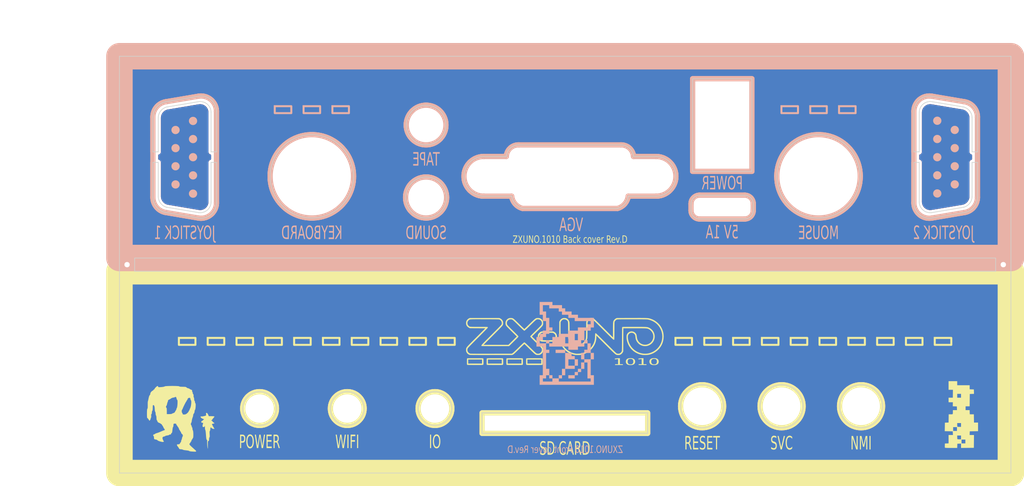
<source format=kicad_pcb>
(kicad_pcb (version 20240108) (generator "pcbnew") (generator_version "8.0")
  (title_block (title "ZXUNO.1010 (covers)") (date "2024-12-31") (rev "D") (company "Eugene Lozovoy") (comment 2 "Thickness: 1.6mm") (comment 3 "Layers: 2") (comment 4 "Dimensions: 134.6x63mm"))
  (layers (0 "F.Cu" signal) (31 "B.Cu" signal) (34 "B.Paste" user) (35 "F.Paste" user) (36 "B.SilkS" user "B.Silkscreen") (37 "F.SilkS" user "F.Silkscreen") (38 "B.Mask" user) (39 "F.Mask" user) (44 "Edge.Cuts" user))
  (net 0 "")
  (net 1 "shield")
  (footprint "mygraphic:zxuno_30x7.5" (layer "F.Cu") (at 144.449207 104.6)
    (property "Reference" "G***" (hide yes))
    (property "Value" "LOGO" (hide yes))
  )
  (footprint "LOGO" (layer "F.Cu") (at 203.5 116.1)
    (property "Reference" "G***" (hide yes))
    (property "Value" "LOGO" (hide yes))
  )
  (footprint "LOGO" (layer "F.Cu") (at 85.730542 115.902674)
    (property "Reference" "G***" (hide yes))
    (property "Value" "LOGO" (hide yes))
  )
  (footprint "mygraphic:black-mage-12.5x8.6" (layer "B.Cu") (at 144.5 104.9 180)
    (property "Reference" "G***" (hide yes))
    (property "Value" "LOGO" (hide yes))
  )
  (gr_arc (start 158.217828 76.65) (mid 161.217828 79.65) (end 158.217828 82.65) (stroke (width 0.8)) (layer "B.SilkS"))
  (gr_circle (center 200.68 82.24) (end 201.18 82.24) (stroke (width 0.25)) (fill solid) (layer "B.SilkS"))
  (gr_line (start 171.599 86.1) (end 164.799 86.1) (stroke (width 0.8)) (layer "B.SilkS"))
  (gr_line (start 164.799 82.5) (end 171.599 82.5) (stroke (width 0.8)) (layer "B.SilkS"))
  (gr_arc (start 164.799 86.1) (mid 163.879761 85.719239) (end 163.499 84.8) (stroke (width 0.8)) (layer "B.SilkS"))
  (gr_circle (center 200.68 79.5) (end 201.18 79.5) (stroke (width 0.25)) (fill solid) (layer "B.SilkS"))
  (gr_circle (center 88.31 74.02) (end 87.81 74.02) (stroke (width 0.25)) (fill solid) (layer "B.SilkS"))
  (gr_circle (center 85.67 80.88) (end 85.17 80.88) (stroke (width 0.25)) (fill solid) (layer "B.SilkS"))
  (gr_circle (center 203.32 72.64) (end 203.82 72.64) (stroke (width 0.25)) (fill solid) (layer "B.SilkS"))
  (gr_circle (center 85.67 72.65) (end 85.17 72.65) (stroke (width 0.25)) (fill solid) (layer "B.SilkS"))
  (gr_rect (start 163.744 64.9) (end 172.694 78.9) (stroke (width 0.8)) (fill none) (layer "B.SilkS"))
  (gr_arc (start 89.141794 67.539502) (mid 91.028612 68.067713) (end 91.849981 69.846601) (stroke (width 0.8)) (layer "B.SilkS"))
  (gr_line (start 172.899 84.8) (end 172.899 83.8) (stroke (width 0.8)) (layer "B.SilkS"))
  (gr_line (start 132.217828 82.65) (end 136.417828 82.65) (stroke (width 0.8)) (layer "B.SilkS"))
  (gr_line (start 204.784277 85.122311) (end 199.857877 85.960511) (stroke (width 0.8)) (layer "B.SilkS"))
  (gr_arc (start 199.857877 85.960511) (mid 197.971077 85.432282) (end 197.14969 83.653412) (stroke (width 0.8)) (layer "B.SilkS"))
  (gr_circle (center 200.68 71.25) (end 201.18 71.25) (stroke (width 0.25)) (fill solid) (layer "B.SilkS"))
  (gr_arc (start 89.513181 85.990233) (mid 89.326895 85.982796) (end 89.141794 85.960532) (stroke (width 0.8)) (layer "B.SilkS"))
  (gr_circle (center 85.67 78.13) (end 85.17 78.13) (stroke (width 0.25)) (fill solid) (layer "B.SilkS"))
  (gr_line (start 132.217828 76.65) (end 135.617828 76.65) (stroke (width 0.8)) (layer "B.SilkS"))
  (gr_line (start 154.017828 82.65) (end 158.217828 82.65) (stroke (width 0.8)) (layer "B.SilkS"))
  (gr_arc (start 152.907172 74.9) (mid 154.216898 75.388067) (end 154.817828 76.65) (stroke (width 0.8)) (layer "B.SilkS"))
  (gr_line (start 154.817828 76.65) (end 158.217828 76.65) (stroke (width 0.8)) (layer "B.SilkS"))
  (gr_rect (start 77.2 61.5) (end 211.8 92) (stroke (width 4)) (fill none) (layer "B.SilkS"))
  (gr_circle (center 123.5 71.9) (end 126.5 71.9) (stroke (width 0.8)) (fill none) (layer "B.SilkS"))
  (gr_line (start 84.215394 68.377702) (end 89.141794 67.539502) (stroke (width 0.8)) (layer "B.SilkS"))
  (gr_line (start 91.849981 69.846601) (end 91.849981 83.653433) (stroke (width 0.8)) (layer "B.SilkS"))
  (gr_arc (start 138.053367 84.5) (mid 136.953364 83.824516) (end 136.417828 82.65) (stroke (width 0.8)) (layer "B.SilkS"))
  (gr_line (start 206.74969 70.68478) (end 206.74969 82.815212) (stroke (width 0.8)) (layer "B.SilkS"))
  (gr_rect (start 109.35 69.05) (end 111.85 70.1) (stroke (width 0.3)) (fill none) (layer "B.SilkS"))
  (gr_circle (center 88.31 76.76) (end 87.81 76.76) (stroke (width 0.25)) (fill solid) (layer "B.SilkS"))
  (gr_line (start 199.857877 67.539481) (end 204.784277 68.377681) (stroke (width 0.8)) (layer "B.SilkS"))
  (gr_circle (center 123.5 82.85) (end 126.6 82.85) (stroke (width 0.8)) (fill none) (layer "B.SilkS"))
  (gr_circle (center 182.75 79.65) (end 189.05 79.65) (stroke (width 0.8)) (fill none) (layer "B.SilkS"))
  (gr_circle (center 88.31 82.27) (end 87.81 82.27) (stroke (width 0.25)) (fill solid) (layer "B.SilkS"))
  (gr_circle (center 203.32 80.87) (end 203.82 80.87) (stroke (width 0.25)) (fill solid) (layer "B.SilkS"))
  (gr_rect (start 181.5 69.05) (end 184 70.1) (stroke (width 0.3)) (fill none) (layer "B.SilkS"))
  (gr_arc (start 171.599 82.5) (mid 172.518259 82.88075) (end 172.899 83.8) (stroke (width 0.8)) (layer "B.SilkS"))
  (gr_circle (center 85.67 75.39) (end 85.17 75.39) (stroke (width 0.25)) (fill solid) (layer "B.SilkS"))
  (gr_circle (center 200.68 76.76) (end 201.18 76.76) (stroke (width 0.25)) (fill solid) (layer "B.SilkS"))
  (gr_rect (start 100.65 69.05) (end 103.15 70.1) (stroke (width 0.3)) (fill none) (layer "B.SilkS"))
  (gr_arc (start 154.017828 82.65) (mid 153.496284 83.815825) (end 152.417831 84.499999) (stroke (width 0.8)) (layer "B.SilkS"))
  (gr_arc (start 82.25 70.684784) (mid 82.807913 69.169354) (end 84.215413 68.377685) (stroke (width 0.8)) (layer "B.SilkS"))
  (gr_circle (center 88.31 71.28) (end 87.81 71.28) (stroke (width 0.25)) (fill solid) (layer "B.SilkS"))
  (gr_arc (start 204.784277 68.377681) (mid 206.191672 69.169436) (end 206.74969 70.68478) (stroke (width 0.8)) (layer "B.SilkS"))
  (gr_line (start 163.499 84.8) (end 163.499 83.8) (stroke (width 0.8)) (layer "B.SilkS"))
  (gr_circle (center 203.32 75.39) (end 203.82 75.39) (stroke (width 0.25)) (fill solid) (layer "B.SilkS"))
  (gr_arc (start 91.849981 83.653433) (mid 91.165528 85.30578) (end 89.513181 85.990233) (stroke (width 0.8)) (layer "B.SilkS"))
  (gr_circle (center 203.32 78.13) (end 203.82 78.13) (stroke (width 0.25)) (fill solid) (layer "B.SilkS"))
  (gr_arc (start 163.499 83.8) (mid 163.879761 82.88076) (end 164.799 82.5) (stroke (width 0.8)) (layer "B.SilkS"))
  (gr_arc (start 84.215413 85.122315) (mid 82.808009 84.330565) (end 82.25 82.815216) (stroke (width 0.8)) (layer "B.SilkS"))
  (gr_arc (start 206.74969 82.815212) (mid 206.191728 84.330602) (end 204.784277 85.122311) (stroke (width 0.8)) (layer "B.SilkS"))
  (gr_arc (start 132.217828 82.65) (mid 129.217828 79.65) (end 132.217828 76.65) (stroke (width 0.8)) (layer "B.SilkS"))
  (gr_rect (start 177.15 69.05) (end 179.65 70.1) (stroke (width 0.3)) (fill none) (layer "B.SilkS"))
  (gr_circle (center 200.68 74.01) (end 201.18 74.01) (stroke (width 0.25)) (fill solid) (layer "B.SilkS"))
  (gr_line (start 137.492828 74.9) (end 152.907172 74.9) (stroke (width 0.8)) (layer "B.SilkS"))
  (gr_circle (center 106.25 79.65) (end 112.55 79.65) (stroke (width 0.8)) (fill none) (layer "B.SilkS"))
  (gr_line (start 138.053367 84.5) (end 152.417831 84.499999) (stroke (width 0.8)) (layer "B.SilkS"))
  (gr_arc (start 199.48649 67.50978) (mid 199.672776 67.517222) (end 199.857877 67.539481) (stroke (width 0.8)) (layer "B.SilkS"))
  (gr_line (start 89.141794 85.960532) (end 84.215394 85.122332) (stroke (width 0.8)) (layer "B.SilkS"))
  (gr_arc (start 197.14969 69.84658) (mid 197.834139 68.194241) (end 199.48649 67.50978) (stroke (width 0.8)) (layer "B.SilkS"))
  (gr_line (start 82.249981 82.815233) (end 82.249981 70.684801) (stroke (width 0.8)) (layer "B.SilkS"))
  (gr_arc (start 135.617827 76.65) (mid 136.196074 75.390085) (end 137.492828 74.9) (stroke (width 0.8)) (layer "B.SilkS"))
  (gr_rect (start 105 69.05) (end 107.5 70.1) (stroke (width 0.3)) (fill none) (layer "B.SilkS"))
  (gr_rect (start 185.85 69.05) (end 188.35 70.1) (stroke (width 0.3)) (fill none) (layer "B.SilkS"))
  (gr_line (start 197.14969 83.653412) (end 197.14969 69.84658) (stroke (width 0.8)) (layer "B.SilkS"))
  (gr_arc (start 172.899 84.8) (mid 172.518237 85.719227) (end 171.599 86.1) (stroke (width 0.8)) (layer "B.SilkS"))
  (gr_circle (center 88.31 79.51) (end 87.81 79.51) (stroke (width 0.25)) (fill solid) (layer "B.SilkS"))
  (gr_rect (start 94.875 104.075) (end 97.375 105.125) (stroke (width 0.3)) (fill none) (layer "F.SilkS"))
  (gr_rect (start 107.925 104.075) (end 110.425 105.125) (stroke (width 0.3)) (fill none) (layer "F.SilkS"))
  (gr_rect (start 77.2 94) (end 211.8 124.5) (stroke (width 4)) (fill none) (layer "F.SilkS"))
  (gr_rect (start 178.55 104.075) (end 181.05 105.125) (stroke (width 0.3)) (fill none) (layer "F.SilkS"))
  (gr_rect (start 120.975 104.075) (end 123.475 105.125) (stroke (width 0.3)) (fill none) (layer "F.SilkS"))
  (gr_rect (start 99.225 104.075) (end 101.725 105.125) (stroke (width 0.3)) (fill none) (layer "F.SilkS"))
  (gr_circle (center 189.175 114.4) (end 192.425 114.4) (stroke (width 0.8)) (fill none) (layer "F.SilkS"))
  (gr_rect (start 90.525 104.075) (end 93.025 105.125) (stroke (width 0.3)) (fill none) (layer "F.SilkS"))
  (gr_rect (start 169.85 104.075) (end 172.35 105.125) (stroke (width 0.3)) (fill none) (layer "F.SilkS"))
  (gr_circle (center 177.175 114.4) (end 180.425 114.4) (stroke (width 0.8)) (fill none) (layer "F.SilkS"))
  (gr_rect (start 200.3 104.075) (end 202.8 105.125) (stroke (width 0.3)) (fill none) (layer "F.SilkS"))
  (gr_circle (center 165.175 114.4) (end 168.425 114.4) (stroke (width 0.8)) (fill none) (layer "F.SilkS"))
  (gr_rect (start 131.95 115.4) (end 156.95 118.5) (stroke (width 0.8)) (fill none) (layer "F.SilkS"))
  (gr_rect (start 187.25 104.075) (end 189.75 105.125) (stroke (width 0.3)) (fill none) (layer "F.SilkS"))
  (gr_circle (center 98.36 114.75) (end 100.91 114.75) (stroke (width 0.8)) (fill none) (layer "F.SilkS"))
  (gr_rect (start 112.275 104.075) (end 114.775 105.125) (stroke (width 0.3)) (fill none) (layer "F.SilkS"))
  (gr_rect (start 103.575 104.075) (end 106.075 105.125) (stroke (width 0.3)) (fill none) (layer "F.SilkS"))
  (gr_rect (start 125.325 104.075) (end 127.825 105.125) (stroke (width 0.3)) (fill none) (layer "F.SilkS"))
  (gr_rect (start 161.15 104.075) (end 163.65 105.125) (stroke (width 0.3)) (fill none) (layer "F.SilkS"))
  (gr_circle (center 111.6 114.75) (end 114.15 114.75) (stroke (width 0.8)) (fill none) (layer "F.SilkS"))
  (gr_rect (start 116.625 104.075) (end 119.125 105.125) (stroke (width 0.3)) (fill none) (layer "F.SilkS"))
  (gr_rect (start 165.5 104.075) (end 168 105.125) (stroke (width 0.3)) (fill none) (layer "F.SilkS"))
  (gr_rect (start 182.9 104.075) (end 185.4 105.125) (stroke (width 0.3)) (fill none) (layer "F.SilkS"))
  (gr_rect (start 174.2 104.075) (end 176.7 105.125) (stroke (width 0.3)) (fill none) (layer "F.SilkS"))
  (gr_circle (center 124.8375 114.75) (end 127.3875 114.75) (stroke (width 0.8)) (fill none) (layer "F.SilkS"))
  (gr_rect (start 191.6 104.075) (end 194.1 105.125) (stroke (width 0.3)) (fill none) (layer "F.SilkS"))
  (gr_rect (start 86.175 104.075) (end 88.675 105.125) (stroke (width 0.3)) (fill none) (layer "F.SilkS"))
  (gr_rect (start 195.95 104.075) (end 198.45 105.125) (stroke (width 0.3)) (fill none) (layer "F.SilkS"))
  (gr_line (start 171.599 86.1) (end 164.799 86.1) (stroke (width 0.1)) (layer "Edge.Cuts"))
  (gr_arc (start 152.907172 74.9) (mid 154.216898 75.388067) (end 154.817828 76.65) (stroke (width 0.1)) (layer "Edge.Cuts"))
  (gr_arc (start 89.141756 67.539536) (mid 91.028577 68.067749) (end 91.84996 69.846635) (stroke (width 0.1)) (layer "Edge.Cuts"))
  (gr_line (start 172.899 84.8) (end 172.899 83.8) (stroke (width 0.1)) (layer "Edge.Cuts"))
  (gr_line (start 83.059633 77.550047) (end 83.059633 82.753141) (stroke (width 0.1)) (layer "Edge.Cuts"))
  (gr_arc (start 154.017828 82.65) (mid 153.496284 83.815825) (end 152.417831 84.499999) (stroke (width 0.1)) (layer "Edge.Cuts"))
  (gr_arc (start 199.486452 67.509814) (mid 199.672738 67.517256) (end 199.857839 67.539515) (stroke (width 0.1)) (layer "Edge.Cuts"))
  (gr_line (start 83.059633 77.550047) (end 82.249633 77.550047) (stroke (width 0.1)) (layer "Edge.Cuts"))
  (gr_arc (start 197.959638 69.94308) (mid 198.566739 68.719584) (end 199.887242 68.370478) (stroke (width 0.1)) (layer "Edge.Cuts"))
  (gr_arc (start 171.599 82.5) (mid 172.518259 82.88075) (end 172.899 83.8) (stroke (width 0.1)) (layer "Edge.Cuts"))
  (gr_arc (start 91.039957 83.557001) (mid 90.432867 84.780539) (end 89.112353 85.129603) (stroke (width 0.1)) (layer "Edge.Cuts"))
  (gr_line (start 137.492828 74.9) (end 152.907172 74.9) (stroke (width 0.1)) (layer "Edge.Cuts"))
  (gr_line (start 91.849943 75.950055) (end 91.039943 75.950055) (stroke (width 0.1)) (layer "Edge.Cuts"))
  (gr_line (start 82.250253 75.950055) (end 82.249943 70.684835) (stroke (width 0.1)) (layer "Edge.Cuts"))
  (gr_circle (center 124.8375 114.75) (end 127.3875 114.75) (stroke (width 0.1)) (fill none) (layer "Edge.Cuts"))
  (gr_circle (center 189.175 114.4) (end 192.425 114.4) (stroke (width 0.1)) (fill none) (layer "Edge.Cuts"))
  (gr_arc (start 158.217828 76.65) (mid 161.217828 79.65) (end 158.217828 82.65) (stroke (width 0.1)) (layer "Edge.Cuts"))
  (gr_line (start 209.5 94) (end 209.5 92) (stroke (width 0.1)) (layer "Edge.Cuts"))
  (gr_circle (center 106.25 79.65) (end 112.55 79.65) (stroke (width 0.1)) (fill none) (layer "Edge.Cuts"))
  (gr_line (start 163.499 84.8) (end 163.499 83.8) (stroke (width 0.1)) (layer "Edge.Cuts"))
  (gr_line (start 132.217828 82.65) (end 136.417828 82.65) (stroke (width 0.1)) (layer "Edge.Cuts"))
  (gr_arc (start 197.149642 69.846614) (mid 197.834089 68.194258) (end 199.486452 67.509814) (stroke (width 0.1)) (layer "Edge.Cuts"))
  (gr_line (start 154.817828 76.65) (end 158.217828 76.65) (stroke (width 0.1)) (layer "Edge.Cuts"))
  (gr_line (start 132.217828 76.65) (end 135.617828 76.65) (stroke (width 0.1)) (layer "Edge.Cuts"))
  (gr_line (start 204.667432 84.324838) (end 199.887242 85.129582) (stroke (width 0.1)) (layer "Edge.Cuts"))
  (gr_arc (start 91.849953 83.653467) (mid 91.16552 85.305841) (end 89.513143 85.990267) (stroke (width 0.1)) (layer "Edge.Cuts"))
  (gr_arc (start 172.899 84.8) (mid 172.518237 85.719227) (end 171.599 86.1) (stroke (width 0.1)) (layer "Edge.Cuts"))
  (gr_line (start 211.8 61.5) (end 211.8 124.5) (stroke (width 0.1)) (layer "Edge.Cuts"))
  (gr_circle (center 123.5 82.85) (end 126.6 82.85) (stroke (width 0.1)) (fill none) (layer "Edge.Cuts"))
  (gr_line (start 83.060253 75.950055) (end 83.060253 70.746961) (stroke (width 0.1)) (layer "Edge.Cuts"))
  (gr_line (start 206.749342 77.550026) (end 206.749652 82.815246) (stroke (width 0.1)) (layer "Edge.Cuts"))
  (gr_line (start 204.668053 69.175222) (end 199.887242 68.370478) (stroke (width 0.1)) (layer "Edge.Cuts"))
  (gr_line (start 79.5 92) (end 79.5 94) (stroke (width 0.1)) (layer "Edge.Cuts"))
  (gr_line (start 164.799 82.5) (end 171.599 82.5) (stroke (width 0.1)) (layer "Edge.Cuts"))
  (gr_line (start 197.149652 75.950034) (end 197.959652 75.950034) (stroke (width 0.1)) (layer "Edge.Cuts"))
  (gr_line (start 77.2 61.5) (end 211.8 61.5) (stroke (width 0.1)) (layer "Edge.Cuts"))
  (gr_line (start 205.939342 77.550026) (end 205.939342 82.75312) (stroke (width 0.1)) (layer "Edge.Cuts"))
  (gr_line (start 79.5 94) (end 209.5 94) (stroke (width 0.1)) (layer "Edge.Cuts"))
  (gr_circle (center 177.175 114.4) (end 180.425 114.4) (stroke (width 0.1)) (fill none) (layer "Edge.Cuts"))
  (gr_line (start 84.215356 68.377736) (end 89.141756 67.539536) (stroke (width 0.1)) (layer "Edge.Cuts"))
  (gr_line (start 197.959652 75.950034) (end 197.959638 69.94308) (stroke (width 0.1)) (layer "Edge.Cuts"))
  (gr_arc (start 205.939341 82.75312) (mid 205.56024 83.746832) (end 204.667432 84.324838) (stroke (width 0.1)) (layer "Edge.Cuts"))
  (gr_circle (center 123.5 71.9) (end 126.5 71.9) (stroke (width 0.1)) (fill none) (layer "Edge.Cuts"))
  (gr_circle (center 111.6 114.75) (end 114.15 114.75) (stroke (width 0.1)) (fill none) (layer "Edge.Cuts"))
  (gr_arc (start 84.331542 84.324859) (mid 83.438732 83.74686) (end 83.059633 82.753141) (stroke (width 0.1)) (layer "Edge.Cuts"))
  (gr_line (start 89.141756 85.960566) (end 84.215356 85.122366) (stroke (width 0.1)) (layer "Edge.Cuts"))
  (gr_line (start 205.939342 77.550026) (end 206.749342 77.550026) (stroke (width 0.1)) (layer "Edge.Cuts"))
  (gr_line (start 77.2 124.5) (end 77.2 61.5) (stroke (width 0.1)) (layer "Edge.Cuts"))
  (gr_line (start 84.332163 69.175243) (end 89.112353 68.370499) (stroke (width 0.1)) (layer "Edge.Cuts"))
  (gr_arc (start 138.053367 84.5) (mid 136.953364 83.824516) (end 136.417828 82.65) (stroke (width 0.1)) (layer "Edge.Cuts"))
  (gr_line (start 82.249943 82.815267) (end 82.249633 77.550047) (stroke (width 0.1)) (layer "Edge.Cuts"))
  (gr_arc (start 206.749633 82.815263) (mid 206.191716 84.330687) (end 204.78422 85.122362) (stroke (width 0.1)) (layer "Edge.Cuts"))
  (gr_arc (start 89.513143 85.990267) (mid 89.326856 85.98283) (end 89.141756 85.960566) (stroke (width 0.1)) (layer "Edge.Cuts"))
  (gr_line (start 154.017828 82.65) (end 158.217828 82.65) (stroke (width 0.1)) (layer "Edge.Cuts"))
  (gr_circle (center 182.75 79.65) (end 189.05 79.65) (stroke (width 0.1)) (fill none) (layer "Edge.Cuts"))
  (gr_arc (start 84.215375 85.122349) (mid 82.807991 84.330581) (end 82.249962 82.81525) (stroke (width 0.1)) (layer "Edge.Cuts"))
  (gr_line (start 197.959652 77.550026) (end 197.959638 83.55698) (stroke (width 0.1)) (layer "Edge.Cuts"))
  (gr_arc (start 199.857839 85.960545) (mid 197.971035 85.432316) (end 197.149635 83.653446) (stroke (width 0.1)) (layer "Edge.Cuts"))
  (gr_line (start 197.149652 83.653446) (end 197.149652 77.550026) (stroke (width 0.1)) (layer "Edge.Cuts"))
  (gr_line (start 91.849943 69.846635) (end 91.849943 75.950055) (stroke (width 0.1)) (layer "Edge.Cuts"))
  (gr_line (start 204.784239 85.122345) (end 199.857839 85.960545) (stroke (width 0.1)) (layer "Edge.Cuts"))
  (gr_circle (center 98.36 114.75) (end 100.91 114.75) (stroke (width 0.1)) (fill none) (layer "Edge.Cuts"))
  (gr_line (start 91.039943 77.550047) (end 91.039957 83.557001) (stroke (width 0.1)) (layer "Edge.Cuts"))
  (gr_arc (start 135.617829 76.65) (mid 136.196063 75.390057) (end 137.49283 74.899948) (stroke (width 0.1)) (layer "Edge.Cuts"))
  (gr_line (start 205.939962 75.950034) (end 205.939962 70.74694) (stroke (width 0.1)) (layer "Edge.Cuts"))
  (gr_arc (start 89.112353 68.370499) (mid 90.432869 68.719562) (end 91.039957 69.943101) (stroke (width 0.1)) (layer "Edge.Cuts"))
  (gr_line (start 206.749652 70.684814) (end 206.749962 75.950034) (stroke (width 0.1)) (layer "Edge.Cuts"))
  (gr_arc (start 83.060254 70.746961) (mid 83.439353 69.753242) (end 84.332163 69.175243) (stroke (width 0.1)) (layer "Edge.Cuts"))
  (gr_line (start 211.8 124.5) (end 77.2 124.5) (stroke (width 0.1)) (layer "Edge.Cuts"))
  (gr_arc (start 163.499 83.8) (mid 163.879761 82.88076) (end 164.799 82.5) (stroke (width 0.1)) (layer "Edge.Cuts"))
  (gr_line (start 91.039943 75.950055) (end 91.039957 69.943101) (stroke (width 0.1)) (layer "Edge.Cuts"))
  (gr_line (start 91.849943 77.550047) (end 91.039943 77.550047) (stroke (width 0.1)) (layer "Edge.Cuts"))
  (gr_line (start 205.939962 75.950034) (end 206.749962 75.950034) (stroke (width 0.1)) (layer "Edge.Cuts"))
  (gr_line (start 138.053367 84.5) (end 152.417831 84.499999) (stroke (width 0.1)) (layer "Edge.Cuts"))
  (gr_line (start 199.857839 67.539515) (end 204.784239 68.377715) (stroke (width 0.1)) (layer "Edge.Cuts"))
  (gr_arc (start 82.249962 70.684818) (mid 82.807875 69.169388) (end 84.215375 68.377719) (stroke (width 0.1)) (layer "Edge.Cuts"))
  (gr_arc (start 132.217828 82.65) (mid 129.217828 79.65) (end 132.217828 76.65) (stroke (width 0.1)) (layer "Edge.Cuts"))
  (gr_line (start 91.849943 77.550047) (end 91.849953 83.653467) (stroke (width 0.1)) (layer "Edge.Cuts"))
  (gr_arc (start 204.668053 69.175222) (mid 205.560879 69.753216) (end 205.939962 70.74694) (stroke (width 0.1)) (layer "Edge.Cuts"))
  (gr_line (start 84.331542 84.324859) (end 89.112353 85.129603) (stroke (width 0.1)) (layer "Edge.Cuts"))
  (gr_arc (start 199.887242 85.129582) (mid 198.566697 84.780538) (end 197.959638 83.55698) (stroke (width 0.1)) (layer "Edge.Cuts"))
  (gr_line (start 209.5 92) (end 79.5 92) (stroke (width 0.1)) (layer "Edge.Cuts"))
  (gr_line (start 197.149652 75.950034) (end 197.149642 69.846614) (stroke (width 0.1)) (layer "Edge.Cuts"))
  (gr_line (start 197.149652 77.550026) (end 197.959652 77.550026) (stroke (width 0.1)) (layer "Edge.Cuts"))
  (gr_circle (center 165.175 114.4) (end 168.425 114.4) (stroke (width 0.1)) (fill none) (layer "Edge.Cuts"))
  (gr_line (start 83.060253 75.950055) (end 82.250253 75.950055) (stroke (width 0.1)) (layer "Edge.Cuts"))
  (gr_rect (start 131.95 115.4) (end 156.95 118.5) (stroke (width 0.1)) (fill none) (layer "Edge.Cuts"))
  (gr_arc (start 164.799 86.1) (mid 163.879761 85.719239) (end 163.499 84.8) (stroke (width 0.1)) (layer "Edge.Cuts"))
  (gr_arc (start 204.78422 68.377732) (mid 206.191595 69.169503) (end 206.749633 70.684831) (stroke (width 0.1)) (layer "Edge.Cuts"))
  (gr_rect (start 163.744 64.9) (end 172.694 78.9) (stroke (width 0.1)) (fill none) (layer "Edge.Cuts"))
  (gr_text "JOYSTICK 1" (at 87.05 88.3 0) (layer "B.SilkS") (effects (font (size 2 1.2) (thickness 0.2)) (justify mirror)))
  (gr_text "JOYSTICK 2" (at 206.208032 88.3 0) (layer "B.SilkS") (effects (font (size 2 1.2) (thickness 0.2)) (justify left mirror)))
  (gr_text "MOUSE" (at 182.75 88.3 0) (layer "B.SilkS") (effects (font (size 2 1.2) (thickness 0.2)) (justify mirror)))
  (gr_text "TAPE" (at 123.5 77.2 0) (layer "B.SilkS") (effects (font (size 2 1.2) (thickness 0.2)) (justify mirror)))
  (gr_text "SOUND" (at 123.5 88.3 0) (layer "B.SilkS") (effects (font (size 2 1.2) (thickness 0.2)) (justify mirror)))
  (gr_text "KEYBOARD" (at 106.25 88.3 0) (layer "B.SilkS") (effects (font (size 2 1.2) (thickness 0.2)) (justify mirror)))
  (gr_text "5V 1A" (at 168.2 88.2 0) (layer "B.SilkS") (effects (font (size 2 1.2) (thickness 0.2)) (justify mirror)))
  (gr_text "VGA" (at 145.407828 87.1 0) (layer "B.SilkS") (effects (font (size 2 1.2) (thickness 0.2)) (justify mirror)))
  (gr_text "ZXUNO.1010 Front cover Rev.${REVISION}" (at 144.5 121 0) (layer "B.SilkS") (effects (font (size 1.1 0.8) (thickness 0.14)) (justify mirror)))
  (gr_text "POWER" (at 168.2 80.8 0) (layer "B.SilkS") (effects (font (size 2 1.2) (thickness 0.2)) (justify mirror)))
  (gr_text "WIFI" (at 111.6 119.9 0) (layer "F.SilkS") (effects (font (size 2 1.2) (thickness 0.2))))
  (gr_text "1010" (at 155.25 107.75 0) (layer "F.SilkS") (effects (font (size 1 2) (thickness 0.125))))
  (gr_text "ZXUNO.1010 Back cover Rev.${REVISION}" (at 145.235599 89.25 0) (layer "F.SilkS") (effects (font (size 1.1 0.8) (thickness 0.14))))
  (gr_text "RESET" (at 165.175 120.1 0) (layer "F.SilkS") (effects (font (size 2 1.2) (thickness 0.2))))
  (gr_text "SVC" (at 177.175 120.1 0) (layer "F.SilkS") (effects (font (size 2 1.2) (thickness 0.2))))
  (gr_text "IO" (at 124.8375 119.9 0) (layer "F.SilkS") (effects (font (size 2 1.2) (thickness 0.2))))
  (gr_text "POWER" (at 98.36 119.9 0) (layer "F.SilkS") (effects (font (size 2 1.2) (thickness 0.2))))
  (gr_text "NMI" (at 189.175 120.1 0) (layer "F.SilkS") (effects (font (size 2 1.2) (thickness 0.2))))
  (gr_text "SD CARD" (at 144.45 120.9 0) (layer "F.SilkS") (effects (font (size 2 1.2) (thickness 0.2))))
  (via (at 78.35 93) (size 1.5) (drill 0.8) (layers "F.Cu" "B.Cu") (net 1))
  (via (at 210.65 93) (size 1.5) (drill 0.8) (layers "F.Cu" "B.Cu") (net 1))
  (zone (net 1) (net_name "shield") (layers "F&B.Cu") (connect_pads (clearance 0.508)) (min_thickness 0.254) (fill yes (thermal_gap 0.508) (thermal_bridge_width 0.508) (island_removal_mode 1) (island_area_min 0))
    (polygon (pts (xy 212 124.7) (xy 77 124.7) (xy 77 61.3) (xy 212 61.3)))
  )
  (zone (net 0) (net_name "") (layers "F&B.Cu" "Edge.Cuts") (connect_pads (clearance 0)) (min_thickness 0.25)
    (keepout (tracks allowed) (vias allowed) (pads allowed) (copperpour not_allowed) (footprints allowed))
    (fill (thermal_gap 0.5) (thermal_bridge_width 0.5))
    (polygon (pts (xy 205.939962 75.950034) (xy 206.749962 75.950034) (xy 206.749342 77.550026) (xy 205.939342 77.550026)))
  )
  (zone (net 0) (net_name "") (layers "F&B.Cu" "Edge.Cuts") (connect_pads (clearance 0)) (min_thickness 0.25)
    (keepout (tracks allowed) (vias allowed) (pads allowed) (copperpour not_allowed) (footprints allowed))
    (fill (thermal_gap 0.5) (thermal_bridge_width 0.5))
    (polygon (pts (xy 82.250253 75.950055) (xy 83.060253 75.950055) (xy 83.059633 77.550047) (xy 82.249633 77.550047)))
  )
  (zone (net 0) (net_name "") (layers "F&B.Cu" "Edge.Cuts") (connect_pads (clearance 0)) (min_thickness 0.25)
    (keepout (tracks allowed) (vias allowed) (pads allowed) (copperpour not_allowed) (footprints allowed))
    (fill (thermal_gap 0.5) (thermal_bridge_width 0.5))
    (polygon (pts (xy 197.149652 75.950034) (xy 197.959652 75.950034) (xy 197.959652 77.550026) (xy 197.149652 77.550026)))
  )
  (zone (net 0) (net_name "") (layers "F&B.Cu" "Edge.Cuts") (connect_pads (clearance 0)) (min_thickness 0.25)
    (keepout (tracks allowed) (vias allowed) (pads allowed) (copperpour not_allowed) (footprints allowed))
    (fill (thermal_gap 0.5) (thermal_bridge_width 0.5))
    (polygon (pts (xy 91.039943 75.950055) (xy 91.849943 75.950055) (xy 91.849943 77.550047) (xy 91.039943 77.550047)))
  )
)
</source>
